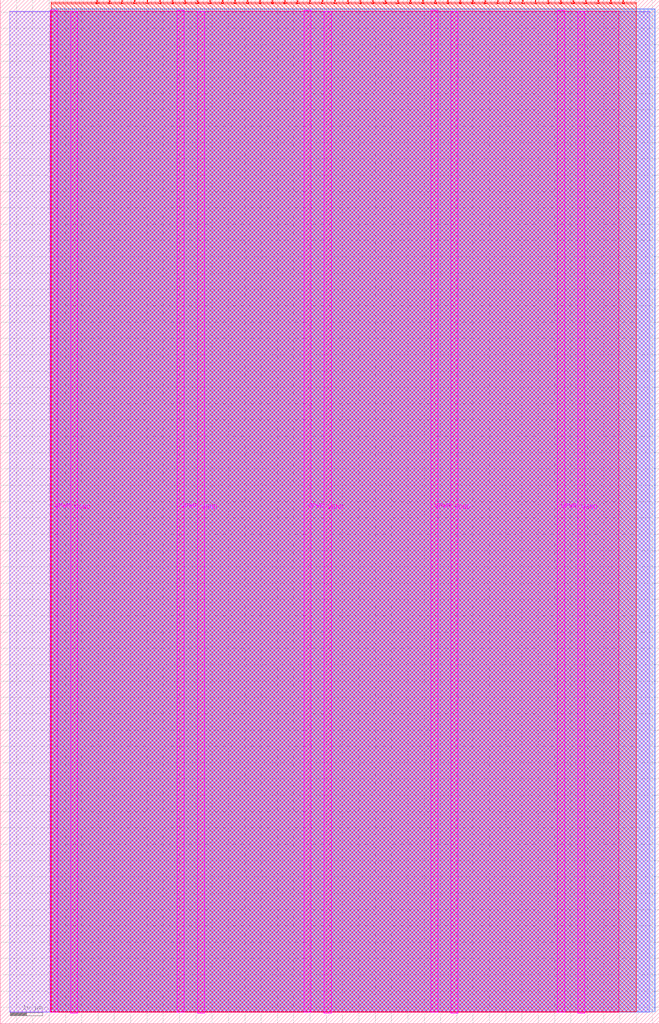
<source format=lef>
VERSION 5.7 ;
  NOWIREEXTENSIONATPIN ON ;
  DIVIDERCHAR "/" ;
  BUSBITCHARS "[]" ;
MACRO tt_um_crockpotveggies_neuron
  CLASS BLOCK ;
  FOREIGN tt_um_crockpotveggies_neuron ;
  ORIGIN 0.000 0.000 ;
  SIZE 202.080 BY 313.740 ;
  PIN VGND
    DIRECTION INOUT ;
    USE GROUND ;
    PORT
      LAYER TopMetal1 ;
        RECT 21.580 3.150 23.780 310.180 ;
    END
    PORT
      LAYER TopMetal1 ;
        RECT 60.450 3.150 62.650 310.180 ;
    END
    PORT
      LAYER TopMetal1 ;
        RECT 99.320 3.150 101.520 310.180 ;
    END
    PORT
      LAYER TopMetal1 ;
        RECT 138.190 3.150 140.390 310.180 ;
    END
    PORT
      LAYER TopMetal1 ;
        RECT 177.060 3.150 179.260 310.180 ;
    END
  END VGND
  PIN VPWR
    DIRECTION INOUT ;
    USE POWER ;
    PORT
      LAYER TopMetal1 ;
        RECT 15.380 3.560 17.580 310.590 ;
    END
    PORT
      LAYER TopMetal1 ;
        RECT 54.250 3.560 56.450 310.590 ;
    END
    PORT
      LAYER TopMetal1 ;
        RECT 93.120 3.560 95.320 310.590 ;
    END
    PORT
      LAYER TopMetal1 ;
        RECT 131.990 3.560 134.190 310.590 ;
    END
    PORT
      LAYER TopMetal1 ;
        RECT 170.860 3.560 173.060 310.590 ;
    END
  END VPWR
  PIN clk
    DIRECTION INPUT ;
    USE SIGNAL ;
    ANTENNAGATEAREA 0.725400 ;
    PORT
      LAYER Metal4 ;
        RECT 187.050 312.740 187.350 313.740 ;
    END
  END clk
  PIN ena
    DIRECTION INPUT ;
    USE SIGNAL ;
    ANTENNAGATEAREA 1.631500 ;
    PORT
      LAYER Metal4 ;
        RECT 190.890 312.740 191.190 313.740 ;
    END
  END ena
  PIN rst_n
    DIRECTION INPUT ;
    USE SIGNAL ;
    ANTENNAGATEAREA 2.176200 ;
    PORT
      LAYER Metal4 ;
        RECT 183.210 312.740 183.510 313.740 ;
    END
  END rst_n
  PIN ui_in[0]
    DIRECTION INPUT ;
    USE SIGNAL ;
    ANTENNAGATEAREA 0.180700 ;
    PORT
      LAYER Metal4 ;
        RECT 179.370 312.740 179.670 313.740 ;
    END
  END ui_in[0]
  PIN ui_in[1]
    DIRECTION INPUT ;
    USE SIGNAL ;
    ANTENNAGATEAREA 0.180700 ;
    PORT
      LAYER Metal4 ;
        RECT 175.530 312.740 175.830 313.740 ;
    END
  END ui_in[1]
  PIN ui_in[2]
    DIRECTION INPUT ;
    USE SIGNAL ;
    ANTENNAGATEAREA 0.180700 ;
    PORT
      LAYER Metal4 ;
        RECT 171.690 312.740 171.990 313.740 ;
    END
  END ui_in[2]
  PIN ui_in[3]
    DIRECTION INPUT ;
    USE SIGNAL ;
    ANTENNAGATEAREA 0.180700 ;
    PORT
      LAYER Metal4 ;
        RECT 167.850 312.740 168.150 313.740 ;
    END
  END ui_in[3]
  PIN ui_in[4]
    DIRECTION INPUT ;
    USE SIGNAL ;
    ANTENNAGATEAREA 0.180700 ;
    PORT
      LAYER Metal4 ;
        RECT 164.010 312.740 164.310 313.740 ;
    END
  END ui_in[4]
  PIN ui_in[5]
    DIRECTION INPUT ;
    USE SIGNAL ;
    ANTENNAGATEAREA 0.180700 ;
    PORT
      LAYER Metal4 ;
        RECT 160.170 312.740 160.470 313.740 ;
    END
  END ui_in[5]
  PIN ui_in[6]
    DIRECTION INPUT ;
    USE SIGNAL ;
    ANTENNAGATEAREA 0.180700 ;
    PORT
      LAYER Metal4 ;
        RECT 156.330 312.740 156.630 313.740 ;
    END
  END ui_in[6]
  PIN ui_in[7]
    DIRECTION INPUT ;
    USE SIGNAL ;
    ANTENNAGATEAREA 0.180700 ;
    PORT
      LAYER Metal4 ;
        RECT 152.490 312.740 152.790 313.740 ;
    END
  END ui_in[7]
  PIN uio_in[0]
    DIRECTION INPUT ;
    USE SIGNAL ;
    ANTENNAGATEAREA 0.180700 ;
    PORT
      LAYER Metal4 ;
        RECT 148.650 312.740 148.950 313.740 ;
    END
  END uio_in[0]
  PIN uio_in[1]
    DIRECTION INPUT ;
    USE SIGNAL ;
    ANTENNAGATEAREA 0.180700 ;
    PORT
      LAYER Metal4 ;
        RECT 144.810 312.740 145.110 313.740 ;
    END
  END uio_in[1]
  PIN uio_in[2]
    DIRECTION INPUT ;
    USE SIGNAL ;
    ANTENNAGATEAREA 0.180700 ;
    PORT
      LAYER Metal4 ;
        RECT 140.970 312.740 141.270 313.740 ;
    END
  END uio_in[2]
  PIN uio_in[3]
    DIRECTION INPUT ;
    USE SIGNAL ;
    ANTENNAGATEAREA 0.180700 ;
    PORT
      LAYER Metal4 ;
        RECT 137.130 312.740 137.430 313.740 ;
    END
  END uio_in[3]
  PIN uio_in[4]
    DIRECTION INPUT ;
    USE SIGNAL ;
    ANTENNAGATEAREA 0.180700 ;
    PORT
      LAYER Metal4 ;
        RECT 133.290 312.740 133.590 313.740 ;
    END
  END uio_in[4]
  PIN uio_in[5]
    DIRECTION INPUT ;
    USE SIGNAL ;
    ANTENNAGATEAREA 0.180700 ;
    PORT
      LAYER Metal4 ;
        RECT 129.450 312.740 129.750 313.740 ;
    END
  END uio_in[5]
  PIN uio_in[6]
    DIRECTION INPUT ;
    USE SIGNAL ;
    ANTENNAGATEAREA 0.180700 ;
    PORT
      LAYER Metal4 ;
        RECT 125.610 312.740 125.910 313.740 ;
    END
  END uio_in[6]
  PIN uio_in[7]
    DIRECTION INPUT ;
    USE SIGNAL ;
    ANTENNAGATEAREA 0.180700 ;
    PORT
      LAYER Metal4 ;
        RECT 121.770 312.740 122.070 313.740 ;
    END
  END uio_in[7]
  PIN uio_oe[0]
    DIRECTION OUTPUT ;
    USE SIGNAL ;
    ANTENNADIFFAREA 0.392700 ;
    PORT
      LAYER Metal4 ;
        RECT 56.490 312.740 56.790 313.740 ;
    END
  END uio_oe[0]
  PIN uio_oe[1]
    DIRECTION OUTPUT ;
    USE SIGNAL ;
    ANTENNADIFFAREA 0.392700 ;
    PORT
      LAYER Metal4 ;
        RECT 52.650 312.740 52.950 313.740 ;
    END
  END uio_oe[1]
  PIN uio_oe[2]
    DIRECTION OUTPUT ;
    USE SIGNAL ;
    ANTENNADIFFAREA 0.299200 ;
    PORT
      LAYER Metal4 ;
        RECT 48.810 312.740 49.110 313.740 ;
    END
  END uio_oe[2]
  PIN uio_oe[3]
    DIRECTION OUTPUT ;
    USE SIGNAL ;
    ANTENNADIFFAREA 0.299200 ;
    PORT
      LAYER Metal4 ;
        RECT 44.970 312.740 45.270 313.740 ;
    END
  END uio_oe[3]
  PIN uio_oe[4]
    DIRECTION OUTPUT ;
    USE SIGNAL ;
    ANTENNADIFFAREA 0.299200 ;
    PORT
      LAYER Metal4 ;
        RECT 41.130 312.740 41.430 313.740 ;
    END
  END uio_oe[4]
  PIN uio_oe[5]
    DIRECTION OUTPUT ;
    USE SIGNAL ;
    ANTENNADIFFAREA 0.299200 ;
    PORT
      LAYER Metal4 ;
        RECT 37.290 312.740 37.590 313.740 ;
    END
  END uio_oe[5]
  PIN uio_oe[6]
    DIRECTION OUTPUT ;
    USE SIGNAL ;
    ANTENNADIFFAREA 0.299200 ;
    PORT
      LAYER Metal4 ;
        RECT 33.450 312.740 33.750 313.740 ;
    END
  END uio_oe[6]
  PIN uio_oe[7]
    DIRECTION OUTPUT ;
    USE SIGNAL ;
    ANTENNADIFFAREA 0.299200 ;
    PORT
      LAYER Metal4 ;
        RECT 29.610 312.740 29.910 313.740 ;
    END
  END uio_oe[7]
  PIN uio_out[0]
    DIRECTION OUTPUT ;
    USE SIGNAL ;
    ANTENNADIFFAREA 0.708600 ;
    PORT
      LAYER Metal4 ;
        RECT 87.210 312.740 87.510 313.740 ;
    END
  END uio_out[0]
  PIN uio_out[1]
    DIRECTION OUTPUT ;
    USE SIGNAL ;
    ANTENNADIFFAREA 0.708600 ;
    PORT
      LAYER Metal4 ;
        RECT 83.370 312.740 83.670 313.740 ;
    END
  END uio_out[1]
  PIN uio_out[2]
    DIRECTION OUTPUT ;
    USE SIGNAL ;
    ANTENNADIFFAREA 0.299200 ;
    PORT
      LAYER Metal4 ;
        RECT 79.530 312.740 79.830 313.740 ;
    END
  END uio_out[2]
  PIN uio_out[3]
    DIRECTION OUTPUT ;
    USE SIGNAL ;
    ANTENNADIFFAREA 0.299200 ;
    PORT
      LAYER Metal4 ;
        RECT 75.690 312.740 75.990 313.740 ;
    END
  END uio_out[3]
  PIN uio_out[4]
    DIRECTION OUTPUT ;
    USE SIGNAL ;
    ANTENNADIFFAREA 0.299200 ;
    PORT
      LAYER Metal4 ;
        RECT 71.850 312.740 72.150 313.740 ;
    END
  END uio_out[4]
  PIN uio_out[5]
    DIRECTION OUTPUT ;
    USE SIGNAL ;
    ANTENNADIFFAREA 0.299200 ;
    PORT
      LAYER Metal4 ;
        RECT 68.010 312.740 68.310 313.740 ;
    END
  END uio_out[5]
  PIN uio_out[6]
    DIRECTION OUTPUT ;
    USE SIGNAL ;
    ANTENNADIFFAREA 0.299200 ;
    PORT
      LAYER Metal4 ;
        RECT 64.170 312.740 64.470 313.740 ;
    END
  END uio_out[6]
  PIN uio_out[7]
    DIRECTION OUTPUT ;
    USE SIGNAL ;
    ANTENNADIFFAREA 0.299200 ;
    PORT
      LAYER Metal4 ;
        RECT 60.330 312.740 60.630 313.740 ;
    END
  END uio_out[7]
  PIN uo_out[0]
    DIRECTION OUTPUT ;
    USE SIGNAL ;
    ANTENNAGATEAREA 0.109200 ;
    ANTENNADIFFAREA 0.716100 ;
    PORT
      LAYER Metal4 ;
        RECT 117.930 312.740 118.230 313.740 ;
    END
  END uo_out[0]
  PIN uo_out[1]
    DIRECTION OUTPUT ;
    USE SIGNAL ;
    ANTENNAGATEAREA 0.109200 ;
    ANTENNADIFFAREA 0.632400 ;
    PORT
      LAYER Metal4 ;
        RECT 114.090 312.740 114.390 313.740 ;
    END
  END uo_out[1]
  PIN uo_out[2]
    DIRECTION OUTPUT ;
    USE SIGNAL ;
    ANTENNAGATEAREA 0.109200 ;
    ANTENNADIFFAREA 0.632400 ;
    PORT
      LAYER Metal4 ;
        RECT 110.250 312.740 110.550 313.740 ;
    END
  END uo_out[2]
  PIN uo_out[3]
    DIRECTION OUTPUT ;
    USE SIGNAL ;
    ANTENNAGATEAREA 0.109200 ;
    ANTENNADIFFAREA 0.716100 ;
    PORT
      LAYER Metal4 ;
        RECT 106.410 312.740 106.710 313.740 ;
    END
  END uo_out[3]
  PIN uo_out[4]
    DIRECTION OUTPUT ;
    USE SIGNAL ;
    ANTENNAGATEAREA 0.109200 ;
    ANTENNADIFFAREA 0.716100 ;
    PORT
      LAYER Metal4 ;
        RECT 102.570 312.740 102.870 313.740 ;
    END
  END uo_out[4]
  PIN uo_out[5]
    DIRECTION OUTPUT ;
    USE SIGNAL ;
    ANTENNAGATEAREA 0.109200 ;
    ANTENNADIFFAREA 0.632400 ;
    PORT
      LAYER Metal4 ;
        RECT 98.730 312.740 99.030 313.740 ;
    END
  END uo_out[5]
  PIN uo_out[6]
    DIRECTION OUTPUT ;
    USE SIGNAL ;
    ANTENNAGATEAREA 0.109200 ;
    ANTENNADIFFAREA 0.716100 ;
    PORT
      LAYER Metal4 ;
        RECT 94.890 312.740 95.190 313.740 ;
    END
  END uo_out[6]
  PIN uo_out[7]
    DIRECTION OUTPUT ;
    USE SIGNAL ;
    ANTENNAGATEAREA 0.109200 ;
    ANTENNADIFFAREA 0.716100 ;
    PORT
      LAYER Metal4 ;
        RECT 91.050 312.740 91.350 313.740 ;
    END
  END uo_out[7]
  OBS
      LAYER GatPoly ;
        RECT 2.880 3.630 199.200 310.110 ;
      LAYER Metal1 ;
        RECT 2.880 3.560 199.200 310.180 ;
      LAYER Metal2 ;
        RECT 15.560 3.635 200.745 310.945 ;
      LAYER Metal3 ;
        RECT 15.515 3.680 200.785 310.905 ;
      LAYER Metal4 ;
        RECT 15.560 312.530 29.400 313.000 ;
        RECT 30.120 312.530 33.240 313.000 ;
        RECT 33.960 312.530 37.080 313.000 ;
        RECT 37.800 312.530 40.920 313.000 ;
        RECT 41.640 312.530 44.760 313.000 ;
        RECT 45.480 312.530 48.600 313.000 ;
        RECT 49.320 312.530 52.440 313.000 ;
        RECT 53.160 312.530 56.280 313.000 ;
        RECT 57.000 312.530 60.120 313.000 ;
        RECT 60.840 312.530 63.960 313.000 ;
        RECT 64.680 312.530 67.800 313.000 ;
        RECT 68.520 312.530 71.640 313.000 ;
        RECT 72.360 312.530 75.480 313.000 ;
        RECT 76.200 312.530 79.320 313.000 ;
        RECT 80.040 312.530 83.160 313.000 ;
        RECT 83.880 312.530 87.000 313.000 ;
        RECT 87.720 312.530 90.840 313.000 ;
        RECT 91.560 312.530 94.680 313.000 ;
        RECT 95.400 312.530 98.520 313.000 ;
        RECT 99.240 312.530 102.360 313.000 ;
        RECT 103.080 312.530 106.200 313.000 ;
        RECT 106.920 312.530 110.040 313.000 ;
        RECT 110.760 312.530 113.880 313.000 ;
        RECT 114.600 312.530 117.720 313.000 ;
        RECT 118.440 312.530 121.560 313.000 ;
        RECT 122.280 312.530 125.400 313.000 ;
        RECT 126.120 312.530 129.240 313.000 ;
        RECT 129.960 312.530 133.080 313.000 ;
        RECT 133.800 312.530 136.920 313.000 ;
        RECT 137.640 312.530 140.760 313.000 ;
        RECT 141.480 312.530 144.600 313.000 ;
        RECT 145.320 312.530 148.440 313.000 ;
        RECT 149.160 312.530 152.280 313.000 ;
        RECT 153.000 312.530 156.120 313.000 ;
        RECT 156.840 312.530 159.960 313.000 ;
        RECT 160.680 312.530 163.800 313.000 ;
        RECT 164.520 312.530 167.640 313.000 ;
        RECT 168.360 312.530 171.480 313.000 ;
        RECT 172.200 312.530 175.320 313.000 ;
        RECT 176.040 312.530 179.160 313.000 ;
        RECT 179.880 312.530 183.000 313.000 ;
        RECT 183.720 312.530 186.840 313.000 ;
        RECT 187.560 312.530 190.680 313.000 ;
        RECT 191.400 312.530 194.980 313.000 ;
        RECT 15.560 3.635 194.980 312.530 ;
      LAYER Metal5 ;
        RECT 15.515 3.470 189.745 310.270 ;
  END
END tt_um_crockpotveggies_neuron
END LIBRARY


</source>
